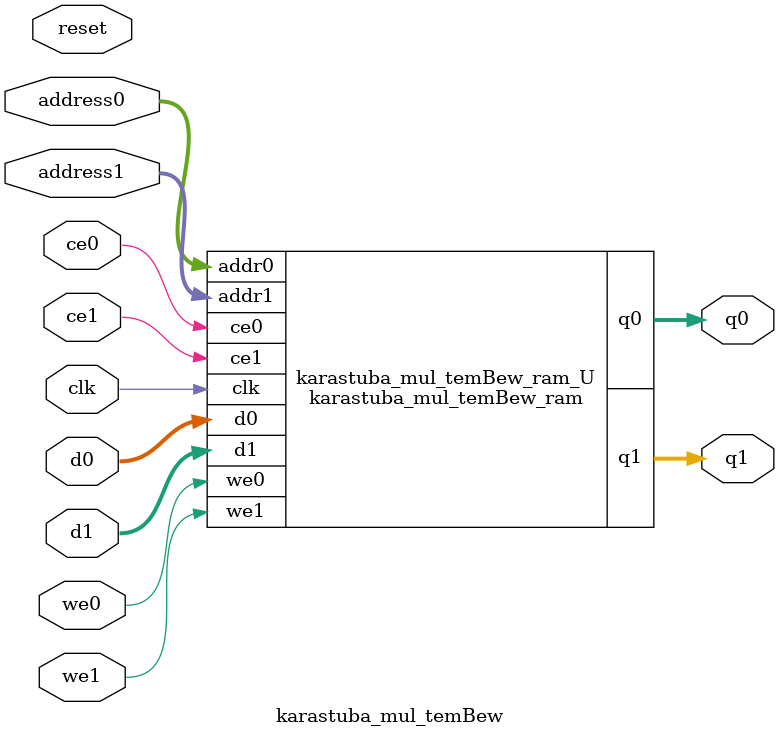
<source format=v>
`timescale 1 ns / 1 ps
module karastuba_mul_temBew_ram (addr0, ce0, d0, we0, q0, addr1, ce1, d1, we1, q1,  clk);

parameter DWIDTH = 32;
parameter AWIDTH = 5;
parameter MEM_SIZE = 32;

input[AWIDTH-1:0] addr0;
input ce0;
input[DWIDTH-1:0] d0;
input we0;
output reg[DWIDTH-1:0] q0;
input[AWIDTH-1:0] addr1;
input ce1;
input[DWIDTH-1:0] d1;
input we1;
output reg[DWIDTH-1:0] q1;
input clk;

(* ram_style = "block" *)reg [DWIDTH-1:0] ram[0:MEM_SIZE-1];




always @(posedge clk)  
begin 
    if (ce0) begin
        if (we0) 
            ram[addr0] <= d0; 
        q0 <= ram[addr0];
    end
end


always @(posedge clk)  
begin 
    if (ce1) begin
        if (we1) 
            ram[addr1] <= d1; 
        q1 <= ram[addr1];
    end
end


endmodule

`timescale 1 ns / 1 ps
module karastuba_mul_temBew(
    reset,
    clk,
    address0,
    ce0,
    we0,
    d0,
    q0,
    address1,
    ce1,
    we1,
    d1,
    q1);

parameter DataWidth = 32'd32;
parameter AddressRange = 32'd32;
parameter AddressWidth = 32'd5;
input reset;
input clk;
input[AddressWidth - 1:0] address0;
input ce0;
input we0;
input[DataWidth - 1:0] d0;
output[DataWidth - 1:0] q0;
input[AddressWidth - 1:0] address1;
input ce1;
input we1;
input[DataWidth - 1:0] d1;
output[DataWidth - 1:0] q1;



karastuba_mul_temBew_ram karastuba_mul_temBew_ram_U(
    .clk( clk ),
    .addr0( address0 ),
    .ce0( ce0 ),
    .we0( we0 ),
    .d0( d0 ),
    .q0( q0 ),
    .addr1( address1 ),
    .ce1( ce1 ),
    .we1( we1 ),
    .d1( d1 ),
    .q1( q1 ));

endmodule


</source>
